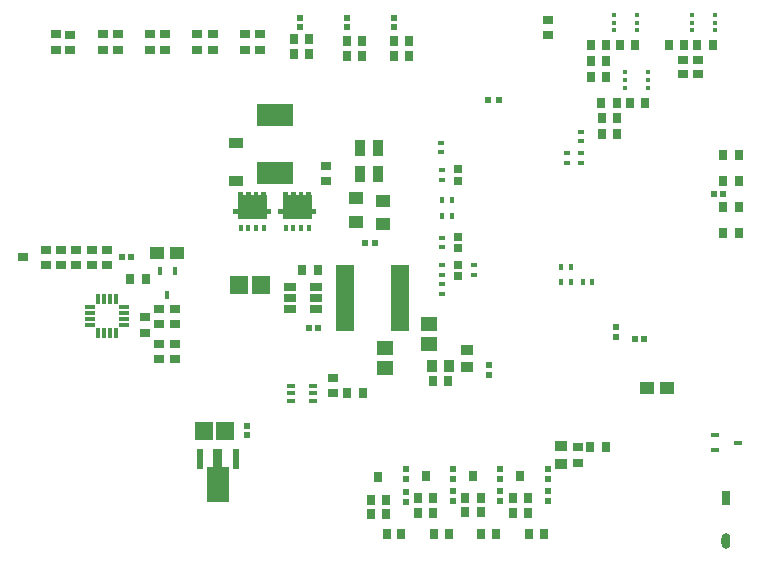
<source format=gbp>
G04*
G04 #@! TF.GenerationSoftware,Altium Limited,Altium Designer,24.4.1 (13)*
G04*
G04 Layer_Color=128*
%FSLAX44Y44*%
%MOMM*%
G71*
G04*
G04 #@! TF.SameCoordinates,4A672E86-6C9B-4248-A0BA-008E6FD5887C*
G04*
G04*
G04 #@! TF.FilePolarity,Positive*
G04*
G01*
G75*
%ADD24R,0.7500X0.8500*%
%ADD26R,0.8500X0.7000*%
%ADD27R,0.8500X0.7500*%
%ADD28R,0.7000X0.9000*%
%ADD29R,0.5500X0.5500*%
%ADD33R,0.5500X0.5500*%
%ADD35R,0.9500X0.8000*%
%ADD36R,0.5200X0.5200*%
%ADD37R,0.5200X0.5200*%
G04:AMPARAMS|DCode=38|XSize=1.3082mm|YSize=0.7621mm|CornerRadius=0.3811mm|HoleSize=0mm|Usage=FLASHONLY|Rotation=90.000|XOffset=0mm|YOffset=0mm|HoleType=Round|Shape=RoundedRectangle|*
%AMROUNDEDRECTD38*
21,1,1.3082,0.0000,0,0,90.0*
21,1,0.5461,0.7621,0,0,90.0*
1,1,0.7621,0.0000,0.2730*
1,1,0.7621,0.0000,-0.2730*
1,1,0.7621,0.0000,-0.2730*
1,1,0.7621,0.0000,0.2730*
%
%ADD38ROUNDEDRECTD38*%
%ADD39R,0.7621X1.3082*%
%ADD49R,0.7000X0.8500*%
%ADD79R,0.4500X0.3500*%
G04:AMPARAMS|DCode=80|XSize=0.84mm|YSize=0.26mm|CornerRadius=0.0325mm|HoleSize=0mm|Usage=FLASHONLY|Rotation=270.000|XOffset=0mm|YOffset=0mm|HoleType=Round|Shape=RoundedRectangle|*
%AMROUNDEDRECTD80*
21,1,0.8400,0.1950,0,0,270.0*
21,1,0.7750,0.2600,0,0,270.0*
1,1,0.0650,-0.0975,-0.3875*
1,1,0.0650,-0.0975,0.3875*
1,1,0.0650,0.0975,0.3875*
1,1,0.0650,0.0975,-0.3875*
%
%ADD80ROUNDEDRECTD80*%
G04:AMPARAMS|DCode=81|XSize=0.84mm|YSize=0.26mm|CornerRadius=0.0325mm|HoleSize=0mm|Usage=FLASHONLY|Rotation=180.000|XOffset=0mm|YOffset=0mm|HoleType=Round|Shape=RoundedRectangle|*
%AMROUNDEDRECTD81*
21,1,0.8400,0.1950,0,0,180.0*
21,1,0.7750,0.2600,0,0,180.0*
1,1,0.0650,-0.3875,0.0975*
1,1,0.0650,0.3875,0.0975*
1,1,0.0650,0.3875,-0.0975*
1,1,0.0650,-0.3875,-0.0975*
%
%ADD81ROUNDEDRECTD81*%
%ADD82R,0.9000X0.7000*%
%ADD83R,0.4000X0.5000*%
%ADD84R,1.5000X1.5500*%
%ADD85R,0.5800X1.7300*%
%ADD86C,1.7397*%
%ADD87R,0.8000X0.4000*%
%ADD88R,0.9000X1.0500*%
%ADD89R,1.0500X0.9000*%
%ADD90R,1.6000X5.7000*%
%ADD91R,1.0000X0.7000*%
%ADD93R,0.3500X0.5000*%
%ADD94R,1.2200X0.9100*%
%ADD95R,3.1500X1.9600*%
%ADD96R,0.7000X0.4200*%
%ADD97R,1.1500X1.0500*%
%ADD98R,0.4200X0.7000*%
%ADD99R,0.9500X1.3500*%
%ADD100R,1.2500X1.0000*%
%ADD101R,0.5000X0.4000*%
%ADD102R,0.6725X0.7154*%
%ADD103R,1.4562X1.2546*%
G36*
X214728Y125413D02*
X220593D01*
Y95113D01*
X201263D01*
Y125413D01*
X207128D01*
Y140413D01*
X214728D01*
Y125413D01*
D02*
G37*
G36*
X251690Y354991D02*
X252190D01*
Y343641D01*
X255990D01*
Y339341D01*
X252190D01*
Y335191D01*
X227690D01*
Y339341D01*
X223890D01*
Y343641D01*
X227690D01*
Y354991D01*
X228190D01*
Y357991D01*
X232190D01*
Y354991D01*
X234690D01*
Y357991D01*
X238690D01*
Y354991D01*
X241190D01*
Y357991D01*
X245190D01*
Y354991D01*
X247690D01*
Y357991D01*
X251690D01*
Y354991D01*
D02*
G37*
G36*
X289690D02*
X290190D01*
Y343641D01*
X293990D01*
Y339341D01*
X290190D01*
Y335191D01*
X265690D01*
Y339341D01*
X261890D01*
Y343641D01*
X265690D01*
Y354991D01*
X266190D01*
Y357991D01*
X270190D01*
Y354991D01*
X272690D01*
Y357991D01*
X276690D01*
Y354991D01*
X279190D01*
Y357991D01*
X283190D01*
Y354991D01*
X285690D01*
Y357991D01*
X289690D01*
Y354991D01*
D02*
G37*
D24*
X526750Y482000D02*
D03*
X539750D02*
D03*
X564000D02*
D03*
X551000D02*
D03*
X592500Y482000D02*
D03*
X605500D02*
D03*
X629750D02*
D03*
X616750D02*
D03*
X535657Y433496D02*
D03*
X548657D02*
D03*
X572906D02*
D03*
X559907D02*
D03*
X149650Y284100D02*
D03*
X136650D02*
D03*
X275250Y474500D02*
D03*
X288250D02*
D03*
X539250Y141750D02*
D03*
X526250D02*
D03*
X333500Y187500D02*
D03*
X320500D02*
D03*
X393000Y197750D02*
D03*
X406000D02*
D03*
X433500Y86695D02*
D03*
X420500D02*
D03*
X473500Y86500D02*
D03*
X460500D02*
D03*
X393250Y86500D02*
D03*
X380250D02*
D03*
X353250Y85500D02*
D03*
X340250D02*
D03*
X295500Y292250D02*
D03*
X282500D02*
D03*
X651750Y323481D02*
D03*
X638750D02*
D03*
X651750Y367481D02*
D03*
X638750D02*
D03*
X651750Y345481D02*
D03*
X638750D02*
D03*
X651750Y389481D02*
D03*
X638750D02*
D03*
X333000Y473000D02*
D03*
X320000D02*
D03*
X373000D02*
D03*
X360000D02*
D03*
X373000Y485500D02*
D03*
X360000D02*
D03*
X333000Y485500D02*
D03*
X320000D02*
D03*
D26*
X604500Y470000D02*
D03*
Y457500D02*
D03*
X617750Y470000D02*
D03*
Y457500D02*
D03*
X103900Y308850D02*
D03*
Y296350D02*
D03*
X308500Y187500D02*
D03*
Y200000D02*
D03*
D27*
X149250Y251750D02*
D03*
Y238750D02*
D03*
X117150Y296100D02*
D03*
Y309100D02*
D03*
X161400Y259200D02*
D03*
Y246200D02*
D03*
X78000Y296000D02*
D03*
Y309000D02*
D03*
X90650Y309100D02*
D03*
Y296100D02*
D03*
X174650Y259200D02*
D03*
Y246200D02*
D03*
X161400Y216100D02*
D03*
Y229100D02*
D03*
X174650Y229100D02*
D03*
Y216100D02*
D03*
X515500Y128750D02*
D03*
Y141750D02*
D03*
X302000Y380250D02*
D03*
Y367250D02*
D03*
X86000Y491000D02*
D03*
Y478000D02*
D03*
X490500Y490500D02*
D03*
Y503500D02*
D03*
D28*
X433500Y98695D02*
D03*
X420500D02*
D03*
X427000Y117695D02*
D03*
X473500Y98500D02*
D03*
X460500D02*
D03*
X467000Y117500D02*
D03*
X393250Y98500D02*
D03*
X380250D02*
D03*
X386750Y117500D02*
D03*
X353250Y97500D02*
D03*
X340250D02*
D03*
X346750Y116500D02*
D03*
D29*
X490250Y105000D02*
D03*
Y96000D02*
D03*
Y114500D02*
D03*
Y123500D02*
D03*
X450000Y114500D02*
D03*
Y123500D02*
D03*
Y105000D02*
D03*
Y96000D02*
D03*
X409750Y114500D02*
D03*
Y123500D02*
D03*
Y105000D02*
D03*
Y96000D02*
D03*
X369750Y114500D02*
D03*
Y123500D02*
D03*
Y104250D02*
D03*
Y95250D02*
D03*
D33*
X439750Y435500D02*
D03*
X448750D02*
D03*
D35*
X193500Y491250D02*
D03*
Y477750D02*
D03*
X206500Y491250D02*
D03*
Y477750D02*
D03*
X153413Y491250D02*
D03*
Y477750D02*
D03*
X166500Y491250D02*
D03*
Y477750D02*
D03*
X246500Y491250D02*
D03*
Y477750D02*
D03*
X233500Y491250D02*
D03*
Y477750D02*
D03*
X126645Y491250D02*
D03*
Y477750D02*
D03*
X113395Y491250D02*
D03*
Y477750D02*
D03*
X73500Y491250D02*
D03*
Y477750D02*
D03*
D36*
X235750Y159750D02*
D03*
Y151750D02*
D03*
X280000Y497500D02*
D03*
Y505500D02*
D03*
X360000Y497500D02*
D03*
Y505500D02*
D03*
X320000Y497500D02*
D03*
Y505500D02*
D03*
X440500Y211000D02*
D03*
Y203000D02*
D03*
X548250Y243500D02*
D03*
Y235500D02*
D03*
D37*
X137400Y302600D02*
D03*
X129400D02*
D03*
X630750Y356481D02*
D03*
X638750D02*
D03*
X287750Y242750D02*
D03*
X295750D02*
D03*
X343750Y314615D02*
D03*
X335750D02*
D03*
X563750Y233750D02*
D03*
X571750D02*
D03*
D38*
X641500Y62500D02*
D03*
D39*
Y99000D02*
D03*
D49*
X539500Y468750D02*
D03*
X527000D02*
D03*
X539500Y455500D02*
D03*
X527000D02*
D03*
X548500Y406879D02*
D03*
X536000D02*
D03*
X548500Y420129D02*
D03*
X536000D02*
D03*
X434000Y68445D02*
D03*
X446500D02*
D03*
X474250Y68500D02*
D03*
X486750D02*
D03*
X393750D02*
D03*
X406250D02*
D03*
X353750Y68500D02*
D03*
X366250D02*
D03*
X288000Y487000D02*
D03*
X275500D02*
D03*
D79*
X546250Y494750D02*
D03*
Y501250D02*
D03*
Y507750D02*
D03*
X565750D02*
D03*
Y501250D02*
D03*
Y494750D02*
D03*
X612000Y494750D02*
D03*
Y501250D02*
D03*
Y507750D02*
D03*
X631500D02*
D03*
Y501250D02*
D03*
Y494750D02*
D03*
X555157Y446246D02*
D03*
Y452746D02*
D03*
Y459246D02*
D03*
X574657D02*
D03*
Y452746D02*
D03*
Y446246D02*
D03*
D80*
X109650Y238350D02*
D03*
X114650D02*
D03*
X119650D02*
D03*
X124650D02*
D03*
Y267050D02*
D03*
X119650D02*
D03*
X114650D02*
D03*
X109650D02*
D03*
D81*
X102800Y260200D02*
D03*
Y255200D02*
D03*
Y250200D02*
D03*
Y245200D02*
D03*
X131500D02*
D03*
Y250200D02*
D03*
Y255200D02*
D03*
Y260200D02*
D03*
D82*
X46250Y302500D02*
D03*
X65250Y296000D02*
D03*
Y309000D02*
D03*
D83*
X400770Y350750D02*
D03*
X408770D02*
D03*
X509750Y294344D02*
D03*
X501750D02*
D03*
X509750Y281770D02*
D03*
X501750D02*
D03*
X519750D02*
D03*
X527750D02*
D03*
X408750Y337250D02*
D03*
X400750D02*
D03*
D84*
X247000Y279000D02*
D03*
X229000D02*
D03*
X216750Y155750D02*
D03*
X198750D02*
D03*
D85*
X195928Y131763D02*
D03*
X225928D02*
D03*
D86*
X210928Y113954D02*
D03*
D87*
X291750Y194000D02*
D03*
Y187500D02*
D03*
Y181000D02*
D03*
X272750D02*
D03*
Y187500D02*
D03*
Y194000D02*
D03*
D88*
X406750Y210750D02*
D03*
X392250D02*
D03*
D89*
X422000Y224500D02*
D03*
Y210000D02*
D03*
X501250Y128000D02*
D03*
Y142500D02*
D03*
D90*
X318250Y268000D02*
D03*
X365250D02*
D03*
D91*
X271755Y258500D02*
D03*
Y268000D02*
D03*
Y277500D02*
D03*
X293745D02*
D03*
Y268000D02*
D03*
Y258500D02*
D03*
D93*
X249690Y327491D02*
D03*
X243190D02*
D03*
X236690D02*
D03*
X230190D02*
D03*
X287690D02*
D03*
X281190D02*
D03*
X274690D02*
D03*
X268190D02*
D03*
D94*
X226000Y366900D02*
D03*
Y399600D02*
D03*
D95*
X258940Y422816D02*
D03*
Y373716D02*
D03*
D96*
X631500Y139250D02*
D03*
Y152250D02*
D03*
X651500Y145750D02*
D03*
D97*
X574250Y192000D02*
D03*
X591250D02*
D03*
X176400Y306600D02*
D03*
X159400D02*
D03*
D98*
X161650Y290600D02*
D03*
X174650D02*
D03*
X168150Y270600D02*
D03*
D99*
X331500Y373026D02*
D03*
X346500D02*
D03*
X331500Y394776D02*
D03*
X346500D02*
D03*
D100*
X350750Y350365D02*
D03*
Y330365D02*
D03*
X327750Y332865D02*
D03*
Y352865D02*
D03*
D101*
X518730Y390750D02*
D03*
Y382750D02*
D03*
X506342Y390744D02*
D03*
Y382744D02*
D03*
X518730Y400750D02*
D03*
Y408750D02*
D03*
X399750Y399730D02*
D03*
Y391730D02*
D03*
X400750Y279750D02*
D03*
Y271750D02*
D03*
X400770Y295750D02*
D03*
Y287750D02*
D03*
X428020Y295750D02*
D03*
Y287750D02*
D03*
X400902Y311035D02*
D03*
Y319035D02*
D03*
X400770Y376250D02*
D03*
Y368250D02*
D03*
D102*
X414520Y286714D02*
D03*
Y296285D02*
D03*
X414540Y319785D02*
D03*
Y310214D02*
D03*
X414408Y367470D02*
D03*
Y377041D02*
D03*
D103*
X390000Y229242D02*
D03*
Y245758D02*
D03*
X352250Y208984D02*
D03*
Y225500D02*
D03*
M02*

</source>
